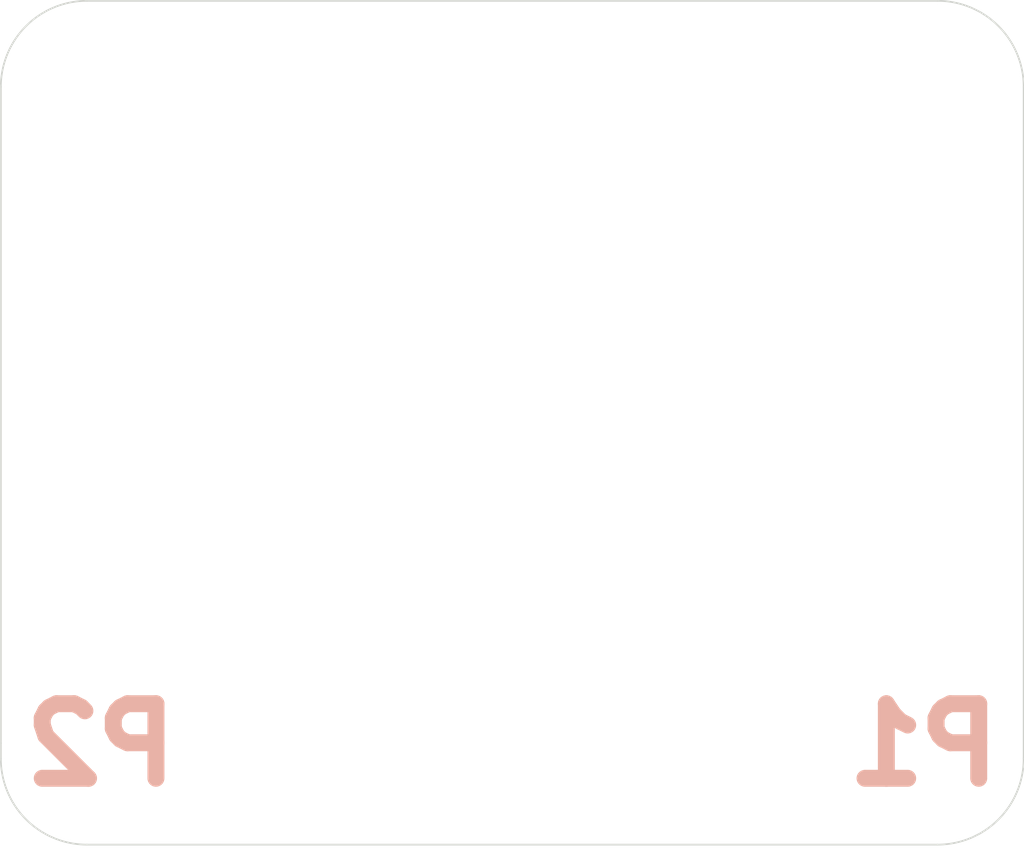
<source format=kicad_pcb>
(kicad_pcb (version 20171130) (host pcbnew "(5.1.0)-1")

  (general
    (thickness 1.6)
    (drawings 11)
    (tracks 0)
    (zones 0)
    (modules 4)
    (nets 1)
  )

  (page A4)
  (layers
    (0 F.Cu signal)
    (31 B.Cu signal)
    (32 B.Adhes user)
    (33 F.Adhes user)
    (34 B.Paste user)
    (35 F.Paste user)
    (36 B.SilkS user)
    (37 F.SilkS user)
    (38 B.Mask user)
    (39 F.Mask user)
    (40 Dwgs.User user)
    (41 Cmts.User user)
    (42 Eco1.User user)
    (43 Eco2.User user)
    (44 Edge.Cuts user)
    (45 Margin user)
    (46 B.CrtYd user)
    (47 F.CrtYd user)
    (48 B.Fab user)
    (49 F.Fab user)
  )

  (setup
    (last_trace_width 0.25)
    (trace_clearance 0.2)
    (zone_clearance 0.508)
    (zone_45_only no)
    (trace_min 0.2)
    (via_size 0.8)
    (via_drill 0.4)
    (via_min_size 0.4)
    (via_min_drill 0.3)
    (uvia_size 0.3)
    (uvia_drill 0.1)
    (uvias_allowed no)
    (uvia_min_size 0.2)
    (uvia_min_drill 0.1)
    (edge_width 0.05)
    (segment_width 0.2)
    (pcb_text_width 0.3)
    (pcb_text_size 1.5 1.5)
    (mod_edge_width 0.12)
    (mod_text_size 1 1)
    (mod_text_width 0.15)
    (pad_size 1.524 1.524)
    (pad_drill 0.762)
    (pad_to_mask_clearance 0.051)
    (solder_mask_min_width 0.25)
    (aux_axis_origin 0 0)
    (visible_elements 7FFFFFFF)
    (pcbplotparams
      (layerselection 0x010fc_ffffffff)
      (usegerberextensions true)
      (usegerberattributes false)
      (usegerberadvancedattributes false)
      (creategerberjobfile false)
      (excludeedgelayer true)
      (linewidth 0.100000)
      (plotframeref false)
      (viasonmask false)
      (mode 1)
      (useauxorigin false)
      (hpglpennumber 1)
      (hpglpenspeed 20)
      (hpglpendiameter 15.000000)
      (psnegative false)
      (psa4output false)
      (plotreference true)
      (plotvalue true)
      (plotinvisibletext false)
      (padsonsilk false)
      (subtractmaskfromsilk false)
      (outputformat 1)
      (mirror false)
      (drillshape 0)
      (scaleselection 1)
      (outputdirectory "Gerbers/"))
  )

  (net 0 "")

  (net_class Default "This is the default net class."
    (clearance 0.2)
    (trace_width 0.25)
    (via_dia 0.8)
    (via_drill 0.4)
    (uvia_dia 0.3)
    (uvia_drill 0.1)
  )

  (module MountingHole:MountingHole_3.2mm_M3 (layer F.Cu) (tedit 5D388A28) (tstamp 5D38DB17)
    (at 160.0277 54.4275)
    (descr "Mounting Hole 3.2mm, no annular, M3")
    (tags "mounting hole 3.2mm no annular m3")
    (attr virtual)
    (fp_text reference " " (at 0 -4.2) (layer F.SilkS) hide
      (effects (font (size 1 1) (thickness 0.15)))
    )
    (fp_text value " " (at 0 4.2) (layer F.Fab)
      (effects (font (size 1 1) (thickness 0.15)))
    )
    (fp_text user %R (at 0.3 0) (layer F.Fab)
      (effects (font (size 1 1) (thickness 0.15)))
    )
    (fp_circle (center 0 0) (end 1.7 0.1) (layer Cmts.User) (width 0.15))
    (fp_circle (center 0 0) (end 1.8 0) (layer F.CrtYd) (width 0.05))
    (pad 1 np_thru_hole circle (at 0 0) (size 3.2 3.2) (drill 3.2) (layers *.Cu *.Mask))
  )

  (module MountingHole:MountingHole_3.2mm_M3 (layer F.Cu) (tedit 5D388A28) (tstamp 5D38DB09)
    (at 149.9723 54.4275)
    (descr "Mounting Hole 3.2mm, no annular, M3")
    (tags "mounting hole 3.2mm no annular m3")
    (attr virtual)
    (fp_text reference " " (at 0 -4.2) (layer F.SilkS) hide
      (effects (font (size 1 1) (thickness 0.15)))
    )
    (fp_text value " " (at 0 4.2) (layer F.Fab)
      (effects (font (size 1 1) (thickness 0.15)))
    )
    (fp_circle (center 0 0) (end 1.8 0) (layer F.CrtYd) (width 0.05))
    (fp_circle (center 0 0) (end 1.7 0.1) (layer Cmts.User) (width 0.15))
    (fp_text user %R (at 0.3 0) (layer F.Fab)
      (effects (font (size 1 1) (thickness 0.15)))
    )
    (pad 1 np_thru_hole circle (at 0 0) (size 3.2 3.2) (drill 3.2) (layers *.Cu *.Mask))
  )

  (module MountingHole:MountingHole_3.2mm_M3 (layer F.Cu) (tedit 5D388A28) (tstamp 5D38DAFB)
    (at 149.9723 70.57)
    (descr "Mounting Hole 3.2mm, no annular, M3")
    (tags "mounting hole 3.2mm no annular m3")
    (attr virtual)
    (fp_text reference " " (at 0 -4.2) (layer F.SilkS) hide
      (effects (font (size 1 1) (thickness 0.15)))
    )
    (fp_text value " " (at 0 4.2) (layer F.Fab)
      (effects (font (size 1 1) (thickness 0.15)))
    )
    (fp_text user %R (at 0.3 0) (layer F.Fab)
      (effects (font (size 1 1) (thickness 0.15)))
    )
    (fp_circle (center 0 0) (end 1.7 0.1) (layer Cmts.User) (width 0.15))
    (fp_circle (center 0 0) (end 1.8 0) (layer F.CrtYd) (width 0.05))
    (pad 1 np_thru_hole circle (at 0 0) (size 3.2 3.2) (drill 3.2) (layers *.Cu *.Mask))
  )

  (module MountingHole:MountingHole_3.2mm_M3 (layer F.Cu) (tedit 5D388A28) (tstamp 5D38DA73)
    (at 160.0277 70.57)
    (descr "Mounting Hole 3.2mm, no annular, M3")
    (tags "mounting hole 3.2mm no annular m3")
    (attr virtual)
    (fp_text reference " " (at 0 -4.2) (layer F.SilkS) hide
      (effects (font (size 1 1) (thickness 0.15)))
    )
    (fp_text value " " (at 0 4.2) (layer F.Fab)
      (effects (font (size 1 1) (thickness 0.15)))
    )
    (fp_circle (center 0 0) (end 1.8 0) (layer F.CrtYd) (width 0.05))
    (fp_circle (center 0 0) (end 1.7 0.1) (layer Cmts.User) (width 0.15))
    (fp_text user %R (at 0.3 0) (layer F.Fab)
      (effects (font (size 1 1) (thickness 0.15)))
    )
    (pad 1 np_thru_hole circle (at 0 0) (size 3.2 3.2) (drill 3.2) (layers *.Cu *.Mask))
  )

  (gr_text P2 (at 142.8669 72) (layer B.SilkS)
    (effects (font (size 2.2 2.2) (thickness 0.5)) (justify mirror))
  )
  (gr_text P1 (at 167.1331 72) (layer B.SilkS)
    (effects (font (size 2.2 2.2) (thickness 0.5)) (justify mirror))
  )
  (gr_line (start 170.0831 52.59) (end 170.0831 72.41) (layer Edge.Cuts) (width 0.05) (tstamp 5D2D841A))
  (gr_line (start 142.4569 50.05) (end 167.5431 50.05) (layer Edge.Cuts) (width 0.05) (tstamp 5D2D8419))
  (gr_line (start 139.9169 71.95) (end 139.9169 52.59) (layer Edge.Cuts) (width 0.05) (tstamp 5D2D8418))
  (gr_arc (start 142.4569 52.59) (end 139.9169 52.59) (angle 90) (layer Edge.Cuts) (width 0.05) (tstamp 5D2D8415))
  (gr_arc (start 167.5431 52.59) (end 167.5431 50.05) (angle 90) (layer Edge.Cuts) (width 0.05) (tstamp 5D2D8411))
  (gr_arc (start 167.5431 72.41) (end 170.0831 72.41) (angle 90) (layer Edge.Cuts) (width 0.05) (tstamp 5D2D840B))
  (gr_arc (start 142.4569 72.41) (end 142.4569 74.95) (angle 90) (layer Edge.Cuts) (width 0.05))
  (gr_line (start 139.9169 72.41) (end 139.9169 71.95) (layer Edge.Cuts) (width 0.05))
  (gr_line (start 167.5431 74.95) (end 142.4569 74.95) (layer Edge.Cuts) (width 0.05))

)

</source>
